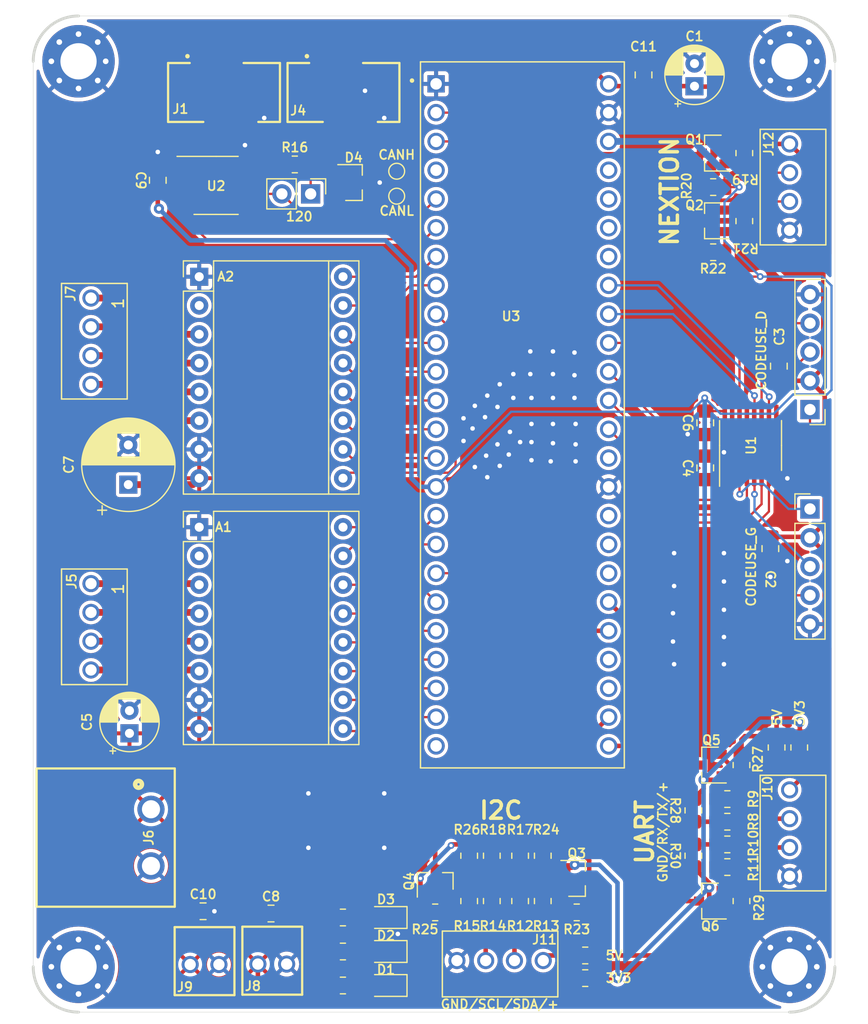
<source format=kicad_pcb>
(kicad_pcb (version 20211014) (generator pcbnew)
  (layers (0 "F.Cu" signal) (31 "B.Cu" signal) (34 "B.Paste" user) (35 "F.Paste" user) (36 "B.SilkS" user "B.Silkscreen") (37 "F.SilkS" user "F.Silkscreen") (38 "B.Mask" user) (39 "F.Mask" user) (44 "Edge.Cuts" user))
  (net 0 "")
  (net 1 "GND")
  (net 2 "/EN_D")
  (net 4 "/M0_D")
  (net 5 "Net-(A1-Pad3)")
  (net 6 "/M1_D")
  (net 7 "Net-(A1-Pad4)")
  (net 8 "/M2_D")
  (net 9 "Net-(A1-Pad5)")
  (net 10 "/RST_D")
  (net 11 "Net-(A1-Pad6)")
  (net 12 "/SLP_D")
  (net 13 "/STP_D")
  (net 14 "+24V")
  (net 15 "/DIR_D")
  (net 16 "/DIR_G")
  (net 17 "/STP_G")
  (net 18 "/SLP_G")
  (net 19 "Net-(A2-Pad6)")
  (net 20 "/RST_G")
  (net 21 "Net-(A2-Pad5)")
  (net 22 "/M2_G")
  (net 23 "Net-(A2-Pad4)")
  (net 24 "/M1_G")
  (net 25 "Net-(A2-Pad3)")
  (net 26 "/M0_G")
  (net 28 "/EN_G")
  (net 29 "+5V")
  (net 30 "+3V3")
  (net 31 "Net-(D1-Pad2)")
  (net 32 "Net-(D2-Pad2)")
  (net 33 "Net-(D3-Pad2)")
  (net 34 "/CANH")
  (net 35 "/CANL")
  (net 36 "/S3_G")
  (net 37 "/S2_G")
  (net 38 "/S1_G")
  (net 39 "/S1_D")
  (net 40 "/S2_D")
  (net 41 "/S3_D")
  (net 42 "Net-(J10-Pad1)")
  (net 43 "Net-(J10-Pad2)")
  (net 44 "Net-(J10-Pad3)")
  (net 45 "Net-(J11-Pad3)")
  (net 46 "Net-(J11-Pad2)")
  (net 47 "Net-(J11-Pad1)")
  (net 48 "/Level_shifter/IN")
  (net 49 "/sheet6215AC10/IN")
  (net 50 "Net-(JP1-Pad1)")
  (net 51 "/NEXTION_RX")
  (net 52 "/NEXTION_TX")
  (net 53 "/SDA")
  (net 54 "/sheet6216318E/IN")
  (net 55 "/sheet6216B4BD/IN")
  (net 56 "/SCL")
  (net 57 "/TX")
  (net 58 "/sheet6220E40B/IN")
  (net 59 "/sheet6220E40C/IN")
  (net 60 "/RX")
  (net 61 "/CHANNEL_B_G")
  (net 62 "/CHANNEL_A_G")
  (net 63 "/CHANNEL_IDX_G")
  (net 64 "/CHANNEL_B_D")
  (net 65 "/CHANNEL_A_D")
  (net 66 "/CHANNEL_IDX_D")
  (net 67 "/TX_CAN")
  (net 68 "/RX_CAN")
  (footprint "Module:Pololu_Breakout-16_15.2x20.3mm" (layer "F.Cu") (at 78.06 95.71)
    (fp_text reference "A1")
    (fp_text value "Pololu_Breakout_DRV8825")
  )
  (footprint "Module:Pololu_Breakout-16_15.2x20.3mm" (layer "F.Cu") (at 78.06 73.61)
    (fp_text reference "A2")
    (fp_text value "Pololu_Breakout_DRV8825")
  )
  (footprint "Capacitor_THT:CP_Radial_D5.0mm_P2.00mm" (layer "F.Cu") (at 121.8 56.8 90)
    (fp_text reference "C1")
    (fp_text value "10u")
  )
  (footprint "Capacitor_SMD:C_0805_2012Metric_Pad1.18x1.45mm_HandSolder" (layer "F.Cu") (at 128.5 97.6 -90)
    (fp_text reference "C2")
    (fp_text value "100n")
  )
  (footprint "Capacitor_SMD:C_0805_2012Metric_Pad1.18x1.45mm_HandSolder" (layer "F.Cu") (at 129.25 81.5 90)
    (fp_text reference "C3")
    (fp_text value "100n")
  )
  (footprint "Capacitor_SMD:C_0805_2012Metric_Pad1.18x1.45mm_HandSolder" (layer "F.Cu") (at 122.75 90.475 -90)
    (fp_text reference "C4")
    (fp_text value "100n")
  )
  (footprint "Capacitor_THT:CP_Radial_D5.0mm_P2.00mm" (layer "F.Cu") (at 71.9 113.9 90)
    (fp_text reference "C5")
    (fp_text value "10u")
  )
  (footprint "Capacitor_SMD:C_0805_2012Metric_Pad1.18x1.45mm_HandSolder" (layer "F.Cu") (at 122.75 86.5 90)
    (fp_text reference "C6")
    (fp_text value "100n")
  )
  (footprint "Capacitor_THT:CP_Radial_D8.0mm_P3.50mm" (layer "F.Cu") (at 71.8 91.952651 90)
    (fp_text reference "C7")
    (fp_text value "10u")
  )
  (footprint "Capacitor_SMD:C_0805_2012Metric_Pad1.18x1.45mm_HandSolder" (layer "F.Cu") (at 84.4 129.8)
    (fp_text reference "C8")
    (fp_text value "10u")
  )
  (footprint "Capacitor_SMD:C_0805_2012Metric_Pad1.18x1.45mm_HandSolder" (layer "F.Cu") (at 74.4 65.1 -90)
    (fp_text reference "C9")
    (fp_text value "100n")
  )
  (footprint "Capacitor_SMD:C_0805_2012Metric_Pad1.18x1.45mm_HandSolder" (layer "F.Cu") (at 78.4 129.6)
    (fp_text reference "C10")
    (fp_text value "10u")
  )
  (footprint "Capacitor_SMD:C_0805_2012Metric_Pad1.18x1.45mm_HandSolder" (layer "F.Cu") (at 117.3 55.8 90)
    (fp_text reference "C11")
    (fp_text value "100n")
  )
  (footprint "LED_SMD:LED_0805_2012Metric_Pad1.15x1.40mm_HandSolder" (layer "F.Cu") (at 94.55 136.15 180)
    (fp_text reference "D1")
    (fp_text value "LED")
  )
  (footprint "LED_SMD:LED_0805_2012Metric_Pad1.15x1.40mm_HandSolder" (layer "F.Cu") (at 94.55 133.149999 180)
    (fp_text reference "D2")
    (fp_text value "LED")
  )
  (footprint "LED_SMD:LED_0805_2012Metric_Pad1.15x1.40mm_HandSolder" (layer "F.Cu") (at 94.55 130.15 180)
    (fp_text reference "D3")
    (fp_text value "LED")
  )
  (footprint "Package_TO_SOT_SMD:SOT-23" (layer "F.Cu") (at 91.7 65.3)
    (fp_text reference "D4")
    (fp_text value "TVS")
  )
  (footprint "AREA_lib_Connector:690367290476" (layer "F.Cu") (at 80.25 57.35 180)
    (fp_text reference "J1")
    (fp_text value "CAN")
  )
  (footprint "Connector_PinHeader_2.54mm:PinHeader_1x05_P2.54mm_Vertical" (layer "F.Cu") (at 132 94.1)
    (fp_text reference "CODEUSE_G")
    (fp_text value "ENCODEUR_G")
  )
  (footprint "Connector_PinHeader_2.54mm:PinHeader_1x05_P2.54mm_Vertical" (layer "F.Cu") (at 132 85.33 180)
    (fp_text reference "CODEUSE_D")
    (fp_text value "ENCODEUR_D")
  )
  (footprint "AREA_lib_Connector:690367290476" (layer "F.Cu") (at 90.8 57.35 180)
    (fp_text reference "J4")
    (fp_text value "CAN")
  )
  (footprint "AREA_lib_Connector:Wuerth_2.54mm_4pins_61900411121" (layer "F.Cu") (at 68.5 104.5 90)
    (fp_text reference "J5")
    (fp_text value "MOTOR_D")
  )
  (footprint "AREA_lib_Connector:Wuerth_batcon_691313710002" (layer "F.Cu") (at 73.8 123.1 -90)
    (fp_text reference "J6")
    (fp_text value "BATT")
  )
  (footprint "AREA_lib_Connector:Wuerth_2.54mm_4pins_61900411121" (layer "F.Cu") (at 68.5 79.3 90)
    (fp_text reference "J7")
    (fp_text value "MOTOR_G")
  )
  (footprint "AREA_lib_Connector:Wuerth_2.54mm_2pins_61900211121" (layer "F.Cu") (at 84.509999 133.959999 180)
    (fp_text reference "J8")
    (fp_text value "FAN")
  )
  (footprint "AREA_lib_Connector:Wuerth_2.54mm_2pins_61900211121" (layer "F.Cu") (at 78.529999 134 180)
    (fp_text reference "J9")
    (fp_text value "FAN")
  )
  (footprint "AREA_lib_Connector:Wuerth_2.54mm_4pins_61900411121" (layer "F.Cu") (at 130.2 122.7 90)
    (fp_text reference "J10")
    (fp_text value "UART")
  )
  (footprint "AREA_lib_Connector:Wuerth_2.54mm_4pins_61900411121" (layer "F.Cu") (at 104.63 133.95)
    (fp_text reference "J11")
    (fp_text value "I2C")
  )
  (footprint "AREA_lib_Connector:Wuerth_2.54mm_4pins_61900411121" (layer "F.Cu") (at 130.2 65.7 90)
    (fp_text reference "J12")
    (fp_text value "NEXTION")
  )
  (footprint "Connector_PinHeader_2.54mm:PinHeader_1x02_P2.54mm_Vertical" (layer "F.Cu") (at 87.9 66.3 -90)
    (fp_text reference "120")
    (fp_text value "120")
  )
  (footprint "Package_TO_SOT_SMD:SOT-23" (layer "F.Cu") (at 123.45 62.7 180)
    (fp_text reference "Q1")
    (fp_text value "SI2302S")
  )
  (footprint "Package_TO_SOT_SMD:SOT-23" (layer "F.Cu") (at 123.45 68.674999 180)
    (fp_text reference "Q2")
    (fp_text value "SI2302S")
  )
  (footprint "Package_TO_SOT_SMD:SOT-23" (layer "F.Cu") (at 111.4 126.7)
    (fp_text reference "Q3")
    (fp_text value "SI2302S")
  )
  (footprint "Package_TO_SOT_SMD:SOT-23" (layer "F.Cu") (at 98.9 126.95 90)
    (fp_text reference "Q4")
    (fp_text value "SI2302S")
  )
  (footprint "Package_TO_SOT_SMD:SOT-23" (layer "F.Cu") (at 123.2 116.7 180)
    (fp_text reference "Q5")
    (fp_text value "SI2302S")
  )
  (footprint "Package_TO_SOT_SMD:SOT-23" (layer "F.Cu") (at 123.2 128.7 180)
    (fp_text reference "Q6")
    (fp_text value "SI2302S")
  )
  (footprint "Resistor_SMD:R_0805_2012Metric_Pad1.20x1.40mm_HandSolder" (layer "F.Cu") (at 90.75 136.15)
    (fp_text reference "R1" hide)
    (fp_text value "4.7k")
  )
  (footprint "Resistor_SMD:R_0805_2012Metric_Pad1.20x1.40mm_HandSolder" (layer "F.Cu") (at 90.75 133.15)
    (fp_text reference "R2" hide)
    (fp_text value "560")
  )
  (footprint "Resistor_SMD:R_0805_2012Metric_Pad1.20x1.40mm_HandSolder" (layer "F.Cu") (at 90.75 130.15)
    (fp_text reference "R3" hide)
    (fp_text value "220")
  )
  (footprint "Resistor_SMD:R_0805_2012Metric_Pad1.20x1.40mm_HandSolder" (layer "F.Cu") (at 129.05 115.15 -90)
    (fp_text reference "5V")
    (fp_text value "0")
  )
  (footprint "Resistor_SMD:R_0805_2012Metric_Pad1.20x1.40mm_HandSolder" (layer "F.Cu") (at 112.15 133.5 180)
    (fp_text reference "5V")
    (fp_text value "0")
  )
  (footprint "Resistor_SMD:R_0805_2012Metric_Pad1.20x1.40mm_HandSolder" (layer "F.Cu") (at 131.05 115.15 -90)
    (fp_text reference "3V3")
    (fp_text value "0")
  )
  (footprint "Resistor_SMD:R_0805_2012Metric_Pad1.20x1.40mm_HandSolder" (layer "F.Cu") (at 112.15 135.5 180)
    (fp_text reference "3V3")
    (fp_text value "0")
  )
  (footprint "Resistor_SMD:R_0805_2012Metric_Pad1.20x1.40mm_HandSolder" (layer "F.Cu") (at 124.7 121.7)
    (fp_text reference "R8")
    (fp_text value "0")
  )
  (footprint "Resistor_SMD:R_0805_2012Metric_Pad1.20x1.40mm_HandSolder" (layer "F.Cu") (at 124.7 119.7)
    (fp_text reference "R9")
    (fp_text value "0")
  )
  (footprint "Resistor_SMD:R_0805_2012Metric_Pad1.20x1.40mm_HandSolder" (layer "F.Cu") (at 124.7 123.7)
    (fp_text reference "R10")
    (fp_text value "0")
  )
  (footprint "Resistor_SMD:R_0805_2012Metric_Pad1.20x1.40mm_HandSolder" (layer "F.Cu") (at 124.7 125.7)
    (fp_text reference "R11")
    (fp_text value "0")
  )
  (footprint "Resistor_SMD:R_0805_2012Metric_Pad1.20x1.40mm_HandSolder" (layer "F.Cu") (at 106.4 128.7 -90)
    (fp_text reference "R12")
    (fp_text value "0")
  )
  (footprint "Resistor_SMD:R_0805_2012Metric_Pad1.20x1.40mm_HandSolder" (layer "F.Cu") (at 108.4 128.7 -90)
    (fp_text reference "R13")
    (fp_text value "0")
  )
  (footprint "Resistor_SMD:R_0805_2012Metric_Pad1.20x1.40mm_HandSolder" (layer "F.Cu") (at 103.9 128.7 -90)
    (fp_text reference "R14")
    (fp_text value "0")
  )
  (footprint "Resistor_SMD:R_0805_2012Metric_Pad1.20x1.40mm_HandSolder" (layer "F.Cu") (at 101.9 128.7 -90)
    (fp_text reference "R15")
    (fp_text value "0")
  )
  (footprint "Resistor_SMD:R_0805_2012Metric_Pad1.20x1.40mm_HandSolder" (layer "F.Cu") (at 86.5 63.7)
    (fp_text reference "R16")
    (fp_text value "120")
  )
  (footprint "Resistor_SMD:R_0805_2012Metric_Pad1.20x1.40mm_HandSolder" (layer "F.Cu") (at 106.4 124.7 -90)
    (fp_text reference "R17")
    (fp_text value "4.7k")
  )
  (footprint "Resistor_SMD:R_0805_2012Metric_Pad1.20x1.40mm_HandSolder" (layer "F.Cu") (at 103.9 124.7 -90)
    (fp_text reference "R18")
    (fp_text value "4.7k")
  )
  (footprint "Resistor_SMD:R_0805_2012Metric_Pad1.20x1.40mm_HandSolder" (layer "F.Cu") (at 126.2 62.7 90)
    (fp_text reference "R19")
    (fp_text value "10k")
  )
  (footprint "Resistor_SMD:R_0805_2012Metric_Pad1.20x1.40mm_HandSolder" (layer "F.Cu") (at 123.45 65.7)
    (fp_text reference "R20")
    (fp_text value "10k")
  )
  (footprint "Resistor_SMD:R_0805_2012Metric_Pad1.20x1.40mm_HandSolder" (layer "F.Cu") (at 126.2 68.7 -90)
    (fp_text reference "R21")
    (fp_text value "10k")
  )
  (footprint "Resistor_SMD:R_0805_2012Metric_Pad1.20x1.40mm_HandSolder" (layer "F.Cu") (at 123.45 71.45)
    (fp_text reference "R22")
    (fp_text value "10k")
  )
  (footprint "Resistor_SMD:R_0805_2012Metric_Pad1.20x1.40mm_HandSolder" (layer "F.Cu") (at 111.4 129.7)
    (fp_text reference "R23")
    (fp_text value "10k")
  )
  (footprint "Resistor_SMD:R_0805_2012Metric_Pad1.20x1.40mm_HandSolder" (layer "F.Cu") (at 108.4 124.7 90)
    (fp_text reference "R24")
    (fp_text value "10k")
  )
  (footprint "Resistor_SMD:R_0805_2012Metric_Pad1.20x1.40mm_HandSolder" (layer "F.Cu") (at 98.9 129.7 180)
    (fp_text reference "R25")
    (fp_text value "10k")
  )
  (footprint "Resistor_SMD:R_0805_2012Metric_Pad1.20x1.40mm_HandSolder" (layer "F.Cu") (at 101.9 124.7 90)
    (fp_text reference "R26")
    (fp_text value "10k")
  )
  (footprint "Resistor_SMD:R_0805_2012Metric_Pad1.20x1.40mm_HandSolder" (layer "F.Cu") (at 125.95 116.7 90)
    (fp_text reference "R27")
    (fp_text value "10k")
  )
  (footprint "Resistor_SMD:R_0805_2012Metric_Pad1.20x1.40mm_HandSolder" (layer "F.Cu") (at 121.7 120.7 90)
    (fp_text reference "R28")
    (fp_text value "10k")
  )
  (footprint "Resistor_SMD:R_0805_2012Metric_Pad1.20x1.40mm_HandSolder" (layer "F.Cu") (at 125.95 128.7 -90)
    (fp_text reference "R29")
    (fp_text value "10k")
  )
  (footprint "Resistor_SMD:R_0805_2012Metric_Pad1.20x1.40mm_HandSolder" (layer "F.Cu") (at 121.7 124.7 -90)
    (fp_text reference "R30")
    (fp_text value "10k")
  )
  (footprint "TestPoint:TestPoint_Pad_D1.0mm" (layer "F.Cu") (at 95.5 64.3)
    (fp_text reference "CANH")
    (fp_text value "CANH")
  )
  (footprint "TestPoint:TestPoint_Pad_D1.0mm" (layer "F.Cu") (at 95.5 66.5)
    (fp_text reference "CANL")
    (fp_text value "CANL")
  )
  (footprint "Package_SO:TSSOP-16_4.4x5mm_P0.65mm" (layer "F.Cu") (at 126.75 88.5 90)
    (fp_text reference "U1")
    (fp_text value "4504")
  )
  (footprint "Package_SO:SOIC-8_3.9x4.9mm_P1.27mm" (layer "F.Cu") (at 79.55 65.55)
    (fp_text reference "U2")
    (fp_text value "SN65HVD232")
  )
  (footprint "MountingHole:MountingHole_3.2mm_M3_Pad_Via" (layer "F.Cu") (at 67.4 134.5)
    (fp_text reference "H1" hide)
    (fp_text value "MountingHole_Pad")
  )
  (footprint "AREA_lib_composant:MODULE_DEV-14058" (layer "F.Cu") (at 106.6 85.8)
    (fp_text reference "U3")
    (fp_text value "DEV-14058")
  )
  (footprint "MountingHole:MountingHole_3.2mm_M3_Pad_Via" (layer "F.Cu") (at 130.2 134.5)
    (fp_text reference "H4" hide)
    (fp_text value "MountingHole_Pad")
  )
  (footprint "MountingHole:MountingHole_3.2mm_M3_Pad_Via" (layer "F.Cu") (at 67.4 54.6)
    (fp_text reference "H2" hide)
    (fp_text value "MountingHole_Pad")
  )
  (footprint "MountingHole:MountingHole_3.2mm_M3_Pad_Via" (layer "F.Cu") (at 130.2 54.6)
    (fp_text reference "H3" hide)
    (fp_text value "MountingHole_Pad")
  )
  (gr_line (start 63.4 54.6) (end 63.4 134.5) (layer "Edge.Cuts") (width 0.0381))
  (gr_line (start 130.2 50.6) (end 67.4 50.6) (layer "Edge.Cuts") (width 0.0381))
  (gr_line (start 67.4 138.5) (end 130.2 138.5) (layer "Edge.Cuts") (width 0.0381))
  (gr_arc (start 63.4 54.6) (mid 64.571573 51.771573) (end 67.4 50.6) (layer "Edge.Cuts") (width 0.254))
  (gr_arc (start 134.2 134.5) (mid 133.028427 137.328427) (end 130.2 138.5) (layer "Edge.Cuts") (width 0.254))
  (gr_arc (start 67.4 138.5) (mid 64.571573 137.328427) (end 63.4 134.5) (layer "Edge.Cuts") (width 0.254))
  (gr_arc (start 130.2 50.6) (mid 133.028427 51.771573) (end 134.2 54.6) (layer "Edge.Cuts") (width 0.254))
  (gr_line (start 134.2 134.5) (end 134.2 54.6) (layer "Edge.Cuts") (width 0.0381))
  (gr_text "NEXTION" (at 119.6 66.1 90) (layer "F.SilkS") (effects (font (size 1.524 1.524) (thickness 0.3048))))
  (gr_text "GND/SCL/SDA/+" (at 104.6 137.8) (layer "F.SilkS") (effects (font (size 0.8 0.8))))
  (gr_text "GND/RX/TX/+" (at 119 122.6 90) (layer "F.SilkS") (effects (font (size 0.8 0.8))))
  (gr_text "UART\n" (at 117.4 122.6 90) (layer "F.SilkS") (effects (font (size 1.524 1.524) (thickness 0.3048))))
  (gr_text "I2C" (at 104.7 120.7) (layer "F.SilkS") (effects (font (size 1.524 1.524) (thickness 0.3048))))
  (via (at 128.5 100.1) (size 0.9) (drill 0.4) (layers "F.Cu" "B.Cu") (net 1))
  (via (at 94.4 59.6) (size 0.9) (drill 0.4) (layers "F.Cu" "B.Cu") (net 1))
  (via (at 124.4 103) (size 0.9) (drill 0.4) (layers "F.Cu" "B.Cu") (net 1))
  (via (at 106.4 88.2) (size 0.9) (drill 0.4) (layers "F.Cu" "B.Cu") (net 1))
  (via (at 120 98) (size 0.9) (drill 0.4) (layers "F.Cu" "B.Cu") (net 1))
  (via (at 94.4 119.2) (size 0.9) (drill 0.4) (layers "F.Cu" "B.Cu") (net 1))
  (via (at 103.3 86) (size 0.9) (drill 0.4) (layers "F.Cu" "B.Cu") (net 1))
  (via (at 101.4 88.1) (size 0.9) (drill 0.4) (layers "F.Cu" "B.Cu") (net 1))
  (via (at 109.3 88.3) (size 0.9) (drill 0.4) (layers "F.Cu" "B.Cu") (net 1))
  (via (at 120 100.9) (size 0.9) (drill 0.4) (layers "F.Cu" "B.Cu") (net 1))
  (via (at 124.4 105.4) (size 0.9) (drill 0.4) (layers "F.Cu" "B.Cu") (net 1))
  (via (at 104.4 85.1) (size 0.9) (drill 0.4) (layers "F.Cu" "B.Cu") (net 1))
  (via (at 124.4 100.5) (size 0.9) (drill 0.4) (layers "F.Cu" "B.Cu") (net 1))
  (via (at 120 107.8) (size 0.9) (drill 0.4) (layers "F.Cu" "B.Cu") (net 1))
  (via (at 103.4 89.4) (size 0.9) (drill 0.4) (layers "F.Cu" "B.Cu") (net 1))
  (via (at 130 91.4) (size 0.9) (drill 0.4) (layers "F.Cu" "B.Cu") (net 1))
  (via (at 109.3 86.6) (size 0.9) (drill 0.4) (layers "F.Cu" "B.Cu") (net 1))
  (via (at 103.5 84.1) (size 0.9) (drill 0.4) (layers "F.Cu" "B.Cu") (net 1))
  (via (at 107.4 84.3) (size 0.9) (drill 0.4) (layers "F.Cu" "B.Cu") (net 1))
  (via (at 94.4 124) (size 0.9) (drill 0.4) (layers "F.Cu" "B.Cu") (net 1))
  (via (at 95.6 131.6) (size 0.9) (drill 0.4) (layers "F.Cu" "B.Cu") (net 1))
  (via (at 111.2 82.3) (size 0.9) (drill 0.4) (layers "F.Cu" "B.Cu") (net 1))
  (via (at 107.3 80.2) (size 0.9) (drill 0.4) (layers "F.Cu" "B.Cu") (net 1))
  (via (at 94 65.3) (size 0.9) (drill 0.4) (layers "F.Cu" "B.Cu") (net 1))
  (via (at 74.4 62.6) (size 0.9) (drill 0.4) (layers "F.Cu" "B.Cu") (net 1))
  (via (at 111.2 80.3) (size 0.9) (drill 0.4) (layers "F.Cu" "B.Cu") (net 1))
  (via (at 79.4 129.6) (size 0.9) (drill 0.4) (layers "F.Cu" "B.Cu") (net 1))
  (via (at 119.9 105.8) (size 0.9) (drill 0.4) (layers "F.Cu" "B.Cu") (net 1))
  (via (at 105.4 89.3) (size 0.9) (drill 0.4) (layers "F.Cu" "B.Cu") (net 1))
  (via (at 111.3 88.4) (size 0.9) (drill 0.4) (layers "F.Cu" "B.Cu") (net 1))
  (via (at 82.1 62) (size 0.9) (drill 0.4) (layers "F.Cu" "B.Cu") (net 1))
  (via (at 107.4 89.8) (size 0.9) (drill 0.4) (layers "F.Cu" "B.Cu") (net 1))
  (via (at 102.4 85) (size 0.9) (drill 0.4) (layers "F.Cu" "B.Cu") (net 1))
  (via (at 119.9 103.3) (size 0.9) (drill 0.4) (layers "F.Cu" "B.Cu") (net 1))
  (via (at 109.3 84.3) (size 0.9) (drill 0.4) (layers "F.Cu" "B.Cu") (net 1))
  (via (at 83.8 59.6) (size 0.9) (drill 0.4) (layers "F.Cu" "B.Cu") (net 1))
  (via (at 130 98.7) (size 0.9) (drill 0.4) (layers "F.Cu" "B.Cu") (net 1))
  (via (at 121.2 87.5) (size 0.9) (drill 0.4) (layers "F.Cu" "B.Cu") (net 1))
  (via (at 111.3 89.9) (size 0.9) (drill 0.4) (layers "F.Cu" "B.Cu") (net 1))
  (via (at 105.8 84.3) (size 0.9) (drill 0.4) (layers "F.Cu" "B.Cu") (net 1))
  (via (at 124.4 89.1) (size 0.9) (drill 0.4) (layers "F.Cu" "B.Cu") (net 1))
  (via (at 107.4 88.2) (size 0.9) (drill 0.4) (layers "F.Cu" "B.Cu") (net 1))
  (via (at 104.6 83.1) (size 0.9) (drill 0.4) (layers "F.Cu" "B.Cu") (net 1))
  (via (at 109.3 82.2) (size 0.9) (drill 0.4) (layers "F.Cu" "B.Cu") (net 1))
  (via (at 102.2 87) (size 0.9) (drill 0.4) (layers "F.Cu" "B.Cu") (net 1))
  (via (at 107.4 86.6) (size 0.9) (drill 0.4) (layers "F.Cu" "B.Cu") (net 1))
  (via (at 111.3 86.6) (size 0.9) (drill 0.4) (layers "F.Cu" "B.Cu") (net 1))
  (via (at 124.4 98) (size 0.9) (drill 0.4) (layers "F.Cu" "B.Cu") (net 1))
  (via (at 105.8 82.2) (size 0.9) (drill 0.4) (layers "F.Cu" "B.Cu") (net 1))
  (via (at 104.6 90.3) (size 0.9) (drill 0.4) (layers "F.Cu" "B.Cu") (net 1))
  (via (at 87.7 119.2) (size 0.9) (drill 0.4) (layers "F.Cu" "B.Cu") (net 1))
  (via (at 102.4 90.4) (size 0.9) (drill 0.4) (layers "F.Cu" "B.Cu") (net 1))
  (via (at 104.4 88.4) (size 0.9) (drill 0.4) (layers "F.Cu" "B.Cu") (net 1))
  (via (at 109.1 89.9) (size 0.9) (drill 0.4) (layers "F.Cu" "B.Cu") (net 1))
  (via (at 105.5 87.3) (size 0.9) (drill 0.4) (layers "F.Cu" "B.Cu") (net 1))
  (via (at 124.4 107.8) (size 0.9) (drill 0.4) (layers "F.Cu" "B.Cu") (net 1))
  (via (at 92.7 57.2) (size 0.9) (drill 0.4) (layers "F.Cu" "B.Cu") (net 1))
  (via (at 107.3 82.2) (size 0.9) (drill 0.4) (layers "F.Cu" "B.Cu") (net 1))
  (via (at 103.5 91.3) (size 0.9) (drill 0.4) (layers "F.Cu" "B.Cu") (net 1))
  (via (at 87.7 124) (size 0.9) (drill 0.4) (layers "F.Cu" "B.Cu") (net 1))
  (via (at 101.4 86.1) (size 0.9) (drill 0.4) (layers "F.Cu" "B.Cu") (net 1))
  (via (at 111.2 84.3) (size 0.9) (drill 0.4) (layers "F.Cu" "B.Cu") (net 1))
  (via (at 109.3 80.2) (size 0.9) (drill 0.4) (layers "F.Cu" "B.Cu") (net 1))
  (segment (start 99.7 113.7) (end 90.97 113.7) (width 0.2) (layer "F.Cu") (net 2))
  (segment (start 90.97 113.7) (end 90.76 113.49) (width 0.2) (layer "F.Cu") (net 2))
  (segment (start 100.07 99.77) (end 100.5 100.2) (width 0.2) (layer "F.Cu") (net 2))
  (segment (start 98.98 99.77) (end 100.07 99.77) (width 0.2) (layer "F.Cu") (net 2))
  (segment (start 100.5 112.9) (end 99.7 113.7) (width 0.2) (layer "F.Cu") (net 2))
  (segment (start 100.5 100.2) (end 100.5 112.9) (width 0.2) (layer "F.Cu") (net 2))
  (segment (start 94.55 110.95) (end 96.07 112.47) (width 0.2) (layer "F.Cu") (net 4))
  (segment (start 90.76 110.95) (end 94.55 110.95) (width 0.2) (layer "F.Cu") (net 4))
  (segment (start 96.07 112.47) (end 98.98 112.47) (width 0.2) (layer "F.Cu") (net 4))
  (segment (start 68.5 100.69) (end 77.96 100.69) (width 0.6) (layer "F.Cu") (net 5))
  (segment (start 77.96 100.69) (end 78.06 100.79) (width 0.6) (layer "F.Cu") (net 5))
  (segment (start 98.98 109.93) (end 95.93 109.93) (width 0.2) (layer "F.Cu") (net 6))
  (segment (start 95.93 109.93) (end 94.41 108.41) (width 0.2) (layer "F.Cu") (net 6))
  (segment (start 94.41 108.41) (end 90.76 108.41) (width 0.2) (layer "F.Cu") (net 6))
  (segment (start 77.96 103.23) (end 78.06 103.33) (width 0.6) (layer "F.Cu") (net 7))
  (segment (start 68.5 103.23) (end 77.96 103.23) (width 0.6) (layer "F.Cu") (net 7))
  (segment (start 94.27 105.87) (end 95.79 107.39) (width 0.2) (layer "F.Cu") (net 8))
  (segment (start 95.79 107.39) (end 98.98 107.39) (width 0.2) (layer "F.Cu") (net 8))
  (segment (start 90.76 105.87) (end 94.27 105.87) (width 0.2) (layer "F.Cu") (net 8))
  (segment (start 77.96 105.77) (end 78.06 105.87) (width 0.6) (layer "F.Cu") (net 9))
  (segment (start 68.5 105.77) (end 77.96 105.77) (width 0.6) (layer "F.Cu") (net 9))
  (segment (start 98.98 104.85) (end 95.75 104.85) (width 0.2) (layer "F.Cu") (net 10))
  (segment (start 95.75 104.85) (end 94.23 103.33) (width 0.2) (layer "F.Cu") (net 10))
  (segment (start 94.23 103.33) (end 90.76 103.33) (width 0.2) (layer "F.Cu") (net 10))
  (segment (start 68.5 108.31) (end 77.96 108.31) (width 0.6) (layer "F.Cu") (net 11))
  (segment (start 77.96 108.31) (end 78.06 108.41) (width 0.6) (layer "F.Cu") (net 11))
  (segment (start 97.46 100.79) (end 98.98 102.31) (width 0.2) (layer "F.Cu") (net 12))
  (segment (start 90.76 100.79) (end 97.46 100.79) (width 0.2) (layer "F.Cu") (net 12))
  (segment (start 98.98 97.23) (end 91.78 97.23) (width 0.2) (layer "F.Cu") (net 13))
  (segment (start 91.78 97.23) (end 90.76 98.25) (width 0.2) (layer "F.Cu") (net 13))
  (segment (start 71.8 91.952651) (end 77.497349 91.952651) (width 0.6) (layer "F.Cu") (net 14))
  (segment (start 83.85 136.15) (end 89.75 136.15) (width 0.4) (layer "F.Cu") (net 14))
  (segment (start 83.239999 134.259999) (end 83.239999 135.539999) (width 0.4) (layer "F.Cu") (net 14))
  (segment (start 83.239999 135.539999) (end 83.85 136.15) (width 0.4) (layer "F.Cu") (net 14))
  (segment (start 77.497349 91.952651) (end 78.06 91.39) (width 0.6) (layer "F.Cu") (net 14))
  (segment (start 90.76 95.71) (end 97.96 95.71) (width 0.2) (layer "F.Cu") (net 15))
  (segment (start 97.96 95.71) (end 98.98 94.69) (width 0.2) (layer "F.Cu") (net 15))
  (segment (start 97.2 73.61) (end 98.98 71.83) (width 0.2) (layer "F.Cu") (net 16))
  (segment (start 90.76 73.61) (end 97.2 73.61) (width 0.2) (layer "F.Cu") (net 16))
  (segment (start 94.95 76.15) (end 90.76 76.15) (width 0.2) (layer "F.Cu") (net 17))
  (segment (start 96.73 74.37) (end 94.95 76.15) (width 0.2) (layer "F.Cu") (net 17))
  (segment (start 98.98 74.37) (end 96.73 74.37) (width 0.2) (layer "F.Cu") (net 17))
  (segment (start 98.98 79.45) (end 91.52 79.45) (width 0.2) (layer "F.Cu") (net 18))
  (segment (start 91.52 79.45) (end 90.76 78.69) (width 0.2) (layer "F.Cu") (net 18))
  (segment (start 68.5 83.11) (end 72.61 83.11) (width 0.6) (layer "F.Cu") (net 19))
  (segment (start 75.81 86.31) (end 78.06 86.31) (width 0.6) (layer "F.Cu") (net 19))
  (segment (start 72.61 83.11) (end 75.81 86.31) (width 0.6) (layer "F.Cu") (net 19))
  (segment (start 98.98 81.99) (end 91.52 81.99) (width 0.2) (layer "F.Cu") (net 20))
  (segment (start 91.52 81.99) (end 90.76 81.23) (width 0.2) (layer "F.Cu") (net 20))
  (segment (start 72.47 80.57) (end 75.67 83.77) (width 0.6) (layer "F.Cu") (net 21))
  (segment (start 75.67 83.77) (end 78.06 83.77) (width 0.6) (layer "F.Cu") (net 21))
  (segment (start 68.5 80.57) (end 72.47 80.57) (width 0.6) (layer "F.Cu") (net 21))
  (segment (start 98.98 84.53) (end 91.52 84.53) (width 0.2) (layer "F.Cu") (net 22))
  (segment (start 91.52 84.53) (end 90.76 83.77) (width 0.2) (layer "F.Cu") (net 22))
  (segment (start 68.5 78.03) (end 71.73 78.03) (width 0.6) (layer "F.Cu") (net 23))
  (segment (start 71.73 78.03) (end 74.93 81.23) (width 0.6) (layer "F.Cu") (net 23))
  (segment (start 74.93 81.23) (end 78.06 81.23) (width 0.6) (layer "F.Cu") (net 23))
  (segment (start 91.52 87.07) (end 90.76 86.31) (width 0.2) (layer "F.Cu") (net 24))
  (segment (start 98.98 87.07) (end 91.52 87.07) (width 0.2) (layer "F.Cu") (net 24))
  (segment (start 71.59 75.49) (end 74.79 78.69) (width 0.6) (layer "F.Cu") (net 25))
  (segment (start 68.5 75.49) (end 71.59 75.49) (width 0.6) (layer "F.Cu") (net 25))
  (segment (start 74.79 78.69) (end 78.06 78.69) (width 0.6) (layer "F.Cu") (net 25))
  (segment (start 98.98 89.61) (end 91.52 89.61) (width 0.2) (layer "F.Cu") (net 26))
  (segment (start 91.52 89.61) (end 90.76 88.85) (width 0.2) (layer "F.Cu") (net 26))
  (segment (start 100.7 78.63) (end 100.7 90.3) (width 0.2) (layer "F.Cu") (net 28))
  (segment (start 100.7 90.3) (end 100.1 90.9) (width 0.2) (layer "F.Cu") (net 28))
  (segment (start 91.25 90.9) (end 90.76 91.39) (width 0.2) (layer "F.Cu") (net 28))
  (segment (start 100.1 90.9) (end 91.25 90.9) (width 0.2) (layer "F.Cu") (net 28))
  (segment (start 98.98 76.91) (end 100.7 78.63) (width 0.2) (layer "F.Cu") (net 28))
  (segment (start 88.895 53.605) (end 89.226511 53.273489) (width 0.4) (layer "F.Cu") (net 29))
  (segment (start 100.3 136.9) (end 111.9 136.9) (width 0.4) (layer "F.Cu") (net 29))
  (segment (start 124.9 89.8) (end 124.475 90.225) (width 0.4) (layer "F.Cu") (net 29))
  (segment (start 133.176511 81.613489) (end 132 82.79) (width 0.4) (layer "F.Cu") (net 29))
  (segment (start 133.2 90.2) (end 133.2 89.6) (width 0.4) (layer "F.Cu") (net 29))
  (segment (start 130 129.7) (end 132.4 127.3) (width 0.4) (layer "F.Cu") (net 29))
  (segment (start 132.95 89.25) (end 133.2 89) (width 0.4) (layer "F.Cu") (net 29))
  (segment (start 78.345 54.35) (end 79.495 53.2) (width 0.4) (layer "F.Cu") (net 29))
  (segment (start 130.2 61.89) (end 132.8 64.49) (width 0.4) (layer "F.Cu") (net 29))
  (segment (start 97.9 129.7) (end 97.9 134.5) (width 0.4) (layer "F.Cu") (net 29))
  (segment (start 79.495 53.2) (end 88.6 53.2) (width 0.4) (layer "F.Cu") (net 29))
  (segment (start 133.15 72.25) (end 133.176511 72.276511) (width 0.4) (layer "F.Cu") (net 29))
  (segment (start 132.4 127.3) (end 132.4 115.884678) (width 0.4) (layer "F.Cu") (net 29))
  (segment (start 132 82.79) (end 129.5025 82.79) (width 0.4) (layer "F.Cu") (net 29))
  (segment (start 129.5025 82.79) (end 129.25 82.5375) (width 0.4) (layer "F.Cu") (net 29))
  (segment (start 125.95 129.7) (end 130 129.7) (width 0.4) (layer "F.Cu") (net 29))
  (segment (start 97.8 134.6) (end 97.9 134.5) (width 0.4) (layer "F.Cu") (net 29))
  (segment (start 133.1 73.3) (end 133.176511 73.376511) (width 0.4) (layer "F.Cu") (net 29))
  (segment (start 132.4 89.8) (end 124.9 89.8) (width 0.4) (layer "F.Cu") (net 29))
  (segment (start 121.2 56.8375) (end 123.8375 56.8375) (width 0.4) (layer "F.Cu") (net 29))
  (segment (start 132.4 89.8) (end 132.95 89.25) (width 0.4) (layer "F.Cu") (net 29))
  (segment (start 123.8 133.5) (end 113.15 133.5) (width 0.4) (layer "F.Cu") (net 29))
  (segment (start 88.6 53.2) (end 88.895 53.495) (width 0.4) (layer "F.Cu") (net 29))
  (segment (start 132.4 89.8) (end 132.7 89.8) (width 0.4) (layer "F.Cu") (net 29))
  (segment (start 133.3 90.7) (end 132.4 89.8) (width 0.4) (layer "F.Cu") (net 29))
  (segment (start 126.2 61.7) (end 126.39 61.89) (width 0.4) (layer "F.Cu") (net 29))
  (segment (start 132 96.64) (end 133.3 95.34) (width 0.4) (layer "F.Cu") (net 29))
  (segment (start 91.2 134.6) (end 97.8 134.6) (width 0.4) (layer "F.Cu") (net 29))
  (segment (start 125.95 129.7) (end 125.95 131.35) (width 0.4) (layer "F.Cu") (net 29))
  (segment (start 133.3 88.9) (end 133.3 90.3) (width 0.4) (layer "F.Cu") (net 29))
  (segment (start 133.176511 72.276511) (end 133.176511 73.376511) (width 0.4) (layer "F.Cu") (net 29))
  (segment (start 133 89.8) (end 132.95 89.75) (width 0.4) (layer "F.Cu") (net 29))
  (segment (start 132.7 89.8) (end 133.1 90.2) (width 0.4) (layer "F.Cu") (net 29))
  (segment (start 112.35 131.45) (end 113.15 131.45) (width 0.4) (layer "F.Cu") (net 29))
  (segment (start 122.9 91.3625) (end 122.75 91.5125) (width 0.4) (layer "F.Cu") (net 29))
  (segment (start 133.2 89) (end 133.3 88.9) (width 0.4) (layer "F.Cu") (net 29))
  (segment (start 88.895 55.1) (end 88.895 53.605) (width 0.4) (layer "F.Cu") (net 29))
  (segment (start 132.8 71.3) (end 133.15 71.65) (width 0.4) (layer "F.Cu") (net 29))
  (segment (start 126.2 59.2) (end 126.2 61.7) (width 0.4) (layer "F.Cu") (net 29))
  (segment (start 132.7 89.8) (end 133 89.8) (width 0.4) (layer "F.Cu") (net 29))
  (segment (start 110.803489 53.273489) (end 114.32 56.79) (width 0.4) (layer "F.Cu") (net 29))
  (segment (start 97.9 134.5) (end 100.3 136.9) (width 0.4) (layer "F.Cu") (net 29))
  (segment (start 133.3 106) (end 133.3 97.94) (width 0.4) (layer "F.Cu") (net 29))
  (segment (start 126.2 69.7) (end 129.8 73.3) (width 0.4) (layer "F.Cu") (net 29))
  (segment (start 127.85 114.15) (end 129.05 114.15) (width 0.4) (layer "F.Cu") (net 29))
  (segment (start 129.8 73.3) (end 133.1 73.3) (width 0.4) (layer "F.Cu") (net 29))
  (segment (start 126.25 114.15) (end 127.85 114.15) (width 0.4) (layer "F.Cu") (net 29))
  (segment (start 124.475 91.3625) (end 122.9 91.3625) (width 0.4) (layer "F.Cu") (net 29))
  (segment (start 112.4 129.7) (end 113.15 130.45) (width 0.4) (layer "F.Cu") (net 29))
  (segment (start 133.2 89.6) (end 133.2 89) (width 0.4) (layer "F.Cu") (net 29))
  (segment (start 132.95 89.75) (end 132.95 89.25) (width 0.4) (layer "F.Cu") (net 29))
  (segment (start 113.15 130.45) (end 113.15 131.45) (width 0.4) (layer "F.Cu") (net 29))
  (segment (start 131.9225 96.5625) (end 132 96.64) (width 0.4) (layer "F.Cu") (net 29))
  (segment (start 114.32 56.79) (end 121.1525 56.79) (width 0.4) (layer "F.Cu") (net 29))
  (segment (start 125.95 115.7) (end 125.95 114.45) (width 0.4) (layer "F.Cu") (net 29))
  (segment (start 89.226511 53.273489) (end 110.803489 53.273489) (width 0.4) (layer "F.Cu") (net 29))
  (segment (start 132.4 115.884678) (end 131.591842 115.07652) (width 0.4) (layer "F.Cu") (net 29))
  (segment (start 129.05 110.25) (end 133.3 106) (width 0.4) (layer "F.Cu") (net 29))
  (segment (start 133.3 95.34) (end 133.3 90.7) (width 0.4) (layer "F.Cu") (net 29))
  (segment (start 113.15 131.45) (end 113.15 133.5) (width 0.4) (layer "F.Cu") (net 29))
  (segment (start 133.3 90.3) (end 133.2 90.2) (width 0.4) (layer "F.Cu") (net 29))
  (segment (start 129.05 114.15) (end 129.05 110.25) (width 0.4) (layer "F.Cu") (net 29))
  (segment (start 88.895 53.495) (end 88.895 55.1) (width 0.4) (layer "F.Cu") (net 29))
  (segment (start 132.8 64.49) (end 132.8 71.3) (width 0.4) (layer "F.Cu") (net 29))
  (segment (start 112.2 131.6) (end 112.35 131.45) (width 0.4) (layer "F.Cu") (net 29))
  (segment (start 127.85 114.85) (end 127.85 114.15) (width 0.4) (layer "F.Cu") (net 29))
  (segment (start 112.2 136.6) (end 112.2 131.6) (width 0.4) (layer "F.Cu") (net 29))
  (segment (start 78.345 55.1) (end 78.345 54.35) (width 0.4) (layer "F.Cu") (net 29))
  (segment (start 133.3 84.09) (end 132 82.79) (width 0.4) (layer "F.Cu") (net 29))
  (segment (start 133.1 90.2) (end 133.2 90.2) (width 0.4) (layer "F.Cu") (net 29))
  (segment (start 133.176511 73.376511) (end 133.176511 81.613489) (width 0.4) (layer "F.Cu") (net 29))
  (segment (start 128.07652 115.07652) (end 127.85 114.85) (width 0.4) (layer "F.Cu") (net 29))
  (segment (start 124.475 90.225) (end 124.475 91.3625) (width 0.4) (layer "F.Cu") (net 29))
  (segment (start 133 89.8) (end 133.2 89.6) (width 0.4) (layer "F.Cu") (net 29))
  (segment (start 131.591842 115.07652) (end 128.07652 115.07652) (width 0.4) (layer "F.Cu") (net 29))
  (segment (start 125.95 131.35) (end 123.8 133.5) (width 0.4) (layer "F.Cu") (net 29))
  (segment (start 128.5 96.5625) (end 131.9225 96.5625) (width 0.4) (layer "F.Cu") (net 29))
  (segment (start 121.1525 56.79) (end 121.2 56.8375) (width 0.4) (layer "F.Cu") (net 29))
  (segment (start 133.3 97.94) (end 132 96.64) (width 0.4) (layer "F.Cu") (net 29))
  (segment (start 133.3 88.9) (end 133.3 84.09) (width 0.4) (layer "F.Cu") (net 29))
  (segment (start 133.3 93) (end 133.3 90.3) (width 0.4) (layer "F.Cu") (net 29))
  (segment (start 123.8375 56.8375) (end 126.2 59.2) (width 0.4) (layer "F.Cu") (net 29))
  (segment (start 111.9 136.9) (end 112.2 136.6) (width 0.4) (layer "F.Cu") (net 29))
  (segment (start 125.95 114.45) (end 126.25 114.15) (width 0.4) (layer "F.Cu") (net 29))
  (segment (start 133.15 71.65) (end 133.15 72.25) (width 0.4) (layer "F.Cu") (net 29))
  (segment (start 126.39 61.89) (end 130.2 61.89) (width 0.4) (layer "F.Cu") (net 29))
  (segment (start 89.75 133.15) (end 91.2 134.6) (width 0.4) (layer "F.Cu") (net 29))
  (segment (start 124.45 71.45) (end 124.45 71.85) (width 0.2) (layer "F.Cu") (net 30))
  (segment (start 122.75 85.4625) (end 124.3 85.4625) (width 0.2) (layer "F.Cu") (net 30))
  (segment (start 124.45 71.85) (end 126.2 73.6) (width 0.2) (layer "F.Cu") (net 30))
  (segment (start 131.1 112.9) (end 131.1 114.1) (width 0.4) (layer "F.Cu") (net 30))
  (segment (start 101.9 123.7) (end 108.4 123.7) (width 0.4) (layer "F.Cu") (net 30))
  (segment (start 110.4 125.75) (end 110.9735 125.75) (width 0.4) (layer "F.Cu") (net 30))
  (segment (start 108.4 123.7) (end 108.4 123.75) (width 0.4) (layer "F.Cu") (net 30))
  (segment (start 89.75 128.75) (end 90.55 127.95) (width 0.4) (layer "F.Cu") (net 30))
  (segment (start 110.9735 125.75) (end 111.2235 125.5) (width 0.4) (layer "F.Cu") (net 30))
  (segment (start 89.75 130.15) (end 89.75 128.75) (width 0.4) (layer "F.Cu") (net 30))
  (segment (start 90.55 127.95) (end 97.95 127.95) (width 0.4) (layer "F.Cu") (net 30))
  (segment (start 123.1 127.5) (end 123.1 128.55) (width 0.4) (layer "F.Cu") (net 30))
  (segment (start 131.1 114.1) (end 131.05 114.15) (width 0.4) (layer "F.Cu") (net 30))
  (segment (start 74.4 66.1375) (end 77.0275 66.1375) (width 0.4) (layer "F.Cu") (net 30))
  (segment (start 74.4 66.1375) (end 74.4 67.5) (width 0.4) (layer "F.Cu") (net 30))
  (segment (start 101.9 123.7) (end 100.4 123.7) (width 0.4) (layer "F.Cu") (net 30))
  (segment (start 124.45 65.7) (end 125.75 65.7) (width 0.2) (layer "F.Cu") (net 30))
  (segment (start 100.4 123.7) (end 100.3 123.8) (width 0.4) (layer "F.Cu") (net 30))
  (segment (start 122.6 118) (end 122.6 118.8) (width 0.4) (layer "F.Cu") (net 30))
  (segment (start 122.75 85.4625) (end 122.75 84.35) (width 0.2) (layer "F.Cu") (net 30))
  (segment (start 124.3 85.4625) (end 124.475 85.6375) (width 0.2) (layer "F.Cu") (net 30))
  (segment (start 123.85 118) (end 124.2 117.65) (width 0.4) (layer "F.Cu") (net 30))
  (segment (start 115 135.5) (end 113.15 135.5) (width 0.4) (layer "F.Cu") (net 30))
  (segment (start 123.1 127.1) (end 121.7 125.7) (width 0.4) (layer "F.Cu") (net 30))
  (segment (start 108.4 123.75) (end 110.4 125.75) (width 0.4) (layer "F.Cu") (net 30))
  (segment (start 126.2 73.6) (end 127.6 73.6) (width 0.2) (layer "F.Cu") (net 30))
  (segment (start 122.6 118) (end 123.85 118) (width 0.4) (layer "F.Cu") (net 30))
  (segment (start 123.1 128.55) (end 124.2 129.65) (width 0.4) (layer "F.Cu") (net 30))
  (segment (start 97.6 127.6) (end 97.95 127.95) (width 0.4) (layer "F.Cu") (net 30))
  (segment (start 122.6 118.8) (end 121.7 119.7) (width 0.4) (layer "F.Cu") (net 30))
  (segment (start 97.6 126.7) (end 97.6 127.6) (width 0.4) (layer "F.Cu") (net 30))
  (segment (start 77.0275 66.1375) (end 77.075 66.185) (width 0.4) (layer "F.Cu") (net 30))
  (segment (start 123.1 127.5) (end 123.1 127.1) (width 0.4) (layer "F.Cu") (net 30))
  (segment (start 127.5 73.5) (end 127.6 73.6) (width 0.2) (layer "F.Cu") (net 30))
  (segment (start 124.45 69.624999) (end 124.45 71.45) (width 0.2) (layer "F.Cu") (net 30))
  (segment (start 74.4 67.5) (end 74.5 67.6) (width 0.4) (layer "F.Cu") (net 30))
  (segment (start 124.45 63.65) (end 124.45 65.7) (width 0.2) (layer "F.Cu") (net 30))
  (segment (start 122.75 84.35) (end 122.7 84.3) (width 0.2) (layer "F.Cu") (net 30))
  (via (at 115 135.5) (size 0.9) (drill 0.4) (layers "F.Cu" "B.Cu") (net 30))
  (via (at 100.3 123.8) (size 0.6) (drill 0.3) (layers "F.Cu" "B.Cu") (net 30))
  (via (at 125.75 65.7) (size 0.6) (drill 0.3) (layers "F.Cu" "B.Cu") (net 30))
  (via (at 131.1 112.9) (size 0.9) (drill 0.4) (layers "F.Cu" "B.Cu") (net 30))
  (via (at 123.1 127.5) (size 0.9) (drill 0.4) (layers "F.Cu" "B.Cu") (net 30))
  (via (at 111.2235 125.5) (size 0.9) (drill 0.4) (layers "F.Cu" "B.Cu") (net 30))
  (via (at 122.7 84.3) (size 0.6) (drill 0.3) (layers "F.Cu" "B.Cu") (net 30))
  (via (at 97.6 126.7) (size 0.6) (drill 0.3) (layers "F.Cu" "B.Cu") (net 30))
  (via (at 127.6 73.6) (size 0.6) (drill 0.3) (layers "F.Cu" "B.Cu") (net 30))
  (via (at 122.6 118) (size 0.9) (drill 0.4) (layers "F.Cu" "B.Cu") (net 30))
  (via (at 74.5 67.6) (size 0.9) (drill 0.4) (layers "F.Cu" "B.Cu") (net 30))
  (segment (start 122.6 118) (end 127.7 112.9) (width 0.4) (layer "B.Cu") (net 30))
  (segment (start 124.1 85.7) (end 122.7 84.3) (width 0.2) (layer "B.Cu") (net 30))
  (segment (start 121.478489 85.521511) (end 105.608489 85.521511) (width 0.2) (layer "B.Cu") (net 30))
  (segment (start 127.7 112.9) (end 131.1 112.9) (width 0.4) (layer "B.Cu") (net 30))
  (segment (start 113.4 125.5) (end 111.2235 125.5) (width 0.4) (layer "B.Cu") (net 30))
  (segment (start 105.608489 85.521511) (end 98.98 92.15) (width 0.2) (layer "B.Cu") (net 30))
  (segment (start 97.55 92.15) (end 98.98 92.15) (width 0.4) (layer "B.Cu") (net 30))
  (segment (start 133.9 74.4) (end 133.9 83.6) (width 0.2) (layer "B.Cu") (net 30))
  (segment (start 127.6 73.6) (end 124.45 70.45) (width 0.2) (layer "B.Cu") (net 30))
  (segment (start 121.72 61.67) (end 125.75 65.7) (width 0.6) (layer "B.Cu") (net 30))
  (segment (start 130.5 84) (end 128.8 85.7) (width 0.2) (layer "B.Cu") (net 30))
  (segment (start 122.7 84.3) (end 121.478489 85.521511) (width 0.2) (layer "B.Cu") (net 30))
  (segment (start 96.8 91.4) (end 97.55 92.15) (width 0.4) (layer "B.Cu") (net 30))
  (segment (start 133.1 73.6) (end 133.9 74.4) (width 0.2) (layer "B.Cu") (net 30))
  (segment (start 96.8 72.7) (end 96.8 91.4) (width 0.4) (layer "B.Cu") (net 30))
  (segment (start 122.6 127) (end 123.1 127.5) (width 0.4) (layer "B.Cu") (net 30))
  (segment (start 123.1 127.5) (end 115.1 135.5) (width 0.4) (layer "B.Cu") (net 30))
  (segment (start 122.7 84.3) (end 122.7 117.9) (width 0.4) (layer "B.Cu") (net 30))
  (segment (start 128.8 85.7) (end 124.1 85.7) (width 0.2) (layer "B.Cu") (net 30))
  (segment (start 133.5 84) (end 130.5 84) (width 0.2) (layer "B.Cu") (net 30))
  (segment (start 115 127.1) (end 113.4 125.5) (width 0.4) (layer "B.Cu") (net 30))
  (segment (start 122.7 117.9) (end 122.6 118) (width 0.4) (layer "B.Cu") (net 30))
  (segment (start 77.3 70.4) (end 94.5 70.4) (width 0.4) (layer "B.Cu") (net 30))
  (segment (start 127.6 73.6) (end 133.1 73.6) (width 0.2) (layer "B.Cu") (net 30))
  (segment (start 100.3 123.8) (end 97.6 126.5) (width 0.4) (layer "B.Cu") (net 30))
  (segment (start 124.45 70.45) (end 124.45 67) (width 0.2) (layer "B.Cu") (net 30))
  (segment (start 133.9 83.6) (end 133.5 84) (width 0.2) (layer "B.Cu") (net 30))
  (segment (start 97.6 126.5) (end 97.6 126.7) (width 0.4) (layer "B.Cu") (net 30))
  (segment (start 115 135.5) (end 115 127.1) (width 0.4) (layer "B.Cu") (net 30))
  (segment (start 115.1 135.5) (end 115 135.5) (width 0.4) (layer "B.Cu") (net 30))
  (segment (start 122.6 118) (end 122.6 127) (width 0.4) (layer "B.Cu") (net 30))
  (segment (start 127.6 73.6) (end 127.5 73.5) (width 0.2) (layer "B.Cu") (net 30))
  (segment (start 94.5 70.4) (end 96.8 72.7) (width 0.4) (layer "B.Cu") (net 30))
  (segment (start 114.22 61.67) (end 121.72 61.67) (width 0.6) (layer "B.Cu") (net 30))
  (segment (start 74.5 67.6) (end 77.3 70.4) (width 0.4) (layer "B.Cu") (net 30))
  (segment (start 124.45 67) (end 125.75 65.7) (width 0.2) (layer "B.Cu") (net 30))
  (segment (start 91.75 136.15) (end 93.525 136.15) (width 0.4) (layer "F.Cu") (net 31))
  (segment (start 91.75 133.15) (end 93.525 133.149999) (width 0.4) (layer "F.Cu") (net 32))
  (segment (start 91.75 130.15) (end 93.525 130.15) (width 0.4) (layer "F.Cu") (net 33))
  (segment (start 90.165 59.6) (end 90.165 58.865) (width 0.2) (layer "F.Cu") (net 34))
  (segment (start 80.965 57.5) (end 79.615 58.85) (width 0.2) (layer "F.Cu") (net 34))
  (segment (start 95.45 64.35) (end 95.5 64.3) (width 0.2) (layer "F.Cu") (net 34))
  (segment (start 95.5 64.3) (end 95.5 63.2) (width 0.2) (layer "F.Cu") (net 34))
  (segment (start 94.2 61.9) (end 91.4 61.9) (width 0.2) (layer "F.Cu") (net 34))
  (segment (start 79.615 58.85) (end 79.615 59.6) (width 0.2) (layer "F.Cu") (net 34))
  (segment (start 95.5 63.2) (end 94.2 61.9) (width 0.2) (layer "F.Cu") (net 34))
  (segment (start 84.285 64.915) (end 82.025 64.915) (width 0.2) (layer "F.Cu") (net 34))
  (segment (start 91.4 61.9) (end 90.165 60.665) (width 0.2) (layer "F.Cu") (net 34))
  (segment (start 90.165 60.665) (end 90.165 59.6) (width 0.2) (layer "F.Cu") (net 34))
  (segment (start 86.6 62.6) (end 88.95 62.6) (width 0.2) (layer "F.Cu") (net 34))
  (segment (start 85.5 63.7) (end 86.6 62.6) (width 0.2) (layer "F.Cu") (net 34))
  (segment (start 88.95 62.6) (end 90.7 64.35) (width 0.2) (layer "F.Cu") (net 34))
  (segment (start 90.7 64.35) (end 95.45 64.35) (width 0.2) (layer "F.Cu") (net 34))
  (segment (start 85.5 63.7) (end 84.285 64.915) (width 0.2) (layer "F.Cu") (net 34))
  (segment (start 90.165 58.865) (end 88.8 57.5) (width 0.2) (layer "F.Cu") (net 34))
  (segment (start 88.8 57.5) (end 80.965 57.5) (width 0.2) (layer "F.Cu") (net 34))
  (segment (start 82.14 66.3) (end 85.36 66.3) (width 0.2) (layer "F.Cu") (net 35))
  (segment (start 95.25 66.25) (end 95.5 66.5) (width 0.2) (layer "F.Cu") (net 35))
  (segment (start 89.1 67.8) (end 90.65 66.25) (width 0.2) (layer "F.Cu") (net 35))
  (segment (start 90.2 57.1) (end 81.6 57.1) (width 0.2) (layer "F.Cu") (net 35))
  (segment (start 85.36 66.3) (end 86.86 67.8) (width 0.2) (layer "F.Cu") (net 35))
  (segment (start 90.7 66.25) (end 95.25 66.25) (width 0.2) (layer "F.Cu") (net 35))
  (segment (start 81.6 57.1) (end 80.885 56.385) (width 0.2) (layer "F.Cu") (net 35))
  (segment (start 95.6 55.1) (end 91.435 55.1) (width 0.2) (layer "F.Cu") (net 35))
  (segment (start 96.9 65.1) (end 96.9 56.4) (width 0.2) (layer "F.Cu") (net 35))
  (segment (start 86.86 67.8) (end 89.1 67.8) (width 0.2) (layer "F.Cu") (net 35))
  (segment (start 82.025 66.185) (end 82.14 66.3) (width 0.2) (layer "F.Cu") (net 35))
  (segment (start 96.9 56.4) (end 95.6 55.1) (width 0.2) (layer "F.Cu") (net 35))
  (segment (start 80.885 56.385) (end 80.885 55.1) (width 0.2) (layer "F.Cu") (net 35))
  (segment (start 91.435 55.1) (end 91.435 55.865) (width 0.2) (layer "F.Cu") (net 35))
  (segment (start 95.5 66.5) (end 96.9 65.1) (width 0.2) (layer "F.Cu") (net 35))
  (segment (start 91.435 55.865) (end 90.2 57.1) (width 0.2) (layer "F.Cu") (net 35))
  (segment (start 90.65 66.25) (end 90.7 66.25) (width 0.2) (layer "F.Cu") (net 35))
  (segment (start 127.3 100.2) (end 128.82 101.72) (width 0.2) (layer "F.Cu") (net 36))
  (segment (start 128.375 94.325) (end 127.3 95.4) (width 0.2) (layer "F.Cu") (net 36))
  (segment (start 127.3 95.4) (end 127.3 100.2) (width 0.2) (layer "F.Cu") (net 36))
  (segment (start 128.375 91.3625) (end 128.375 94.325) (width 0.2) (layer "F.Cu") (net 36))
  (segment (start 128.82 101.72) (end 132 101.72) (width 0.2) (layer "F.Cu") (net 36))
  (segment (start 127.1 92.8) (end 127.1 91.3875) (width 0.2) (layer "F.Cu") (net 37))
  (segment (start 127.1 91.3875) (end 127.075 91.3625) (width 0.2) (layer "F.Cu") (net 37))
  (via (at 127.1 92.8) (size 0.6) (drill 0.3) (layers "F.Cu" "B.Cu") (net 37))
  (segment (start 127.1 94.28) (end 127.1 92.8) (width 0.2) (layer "B.Cu") (net 37))
  (segment (start 132 99.18) (end 127.1 94.28) (width 0.2) (layer "B.Cu") (net 37))
  (segment (start 125.775 91.3625) (end 125.775 92.775) (width 0.2) (layer "F.Cu") (net 38))
  (segment (start 125.775 92.775) (end 125.8 92.8) (width 0.2) (layer "F.Cu") (net 38))
  (via (at 125.8 92.8) (size 0.6) (drill 0.3) (layers "F.Cu" "B.Cu") (net 38))
  (segment (start 127.9 91.9) (end 130.1 94.1) (width 0.2) (layer "B.Cu") (net 38))
  (segment (start 126.7 91.9) (end 127.9 91.9) (width 0.2) (layer "B.Cu") (net 38))
  (segment (start 130.1 94.1) (end 132 94.1) (width 0.2) (layer "B.Cu") (net 38))
  (segment (start 125.8 92.8) (end 126.7 91.9) (width 0.2) (layer "B.Cu") (net 38))
  (segment (start 132 87.3) (end 131.9 87.4) (width 0.2) (layer "F.Cu") (net 39))
  (segment (start 129.5 88.005031) (end 129.5 87.7) (width 0.2) (layer "F.Cu") (net 39))
  (segment (start 129.025 87.325) (end 129.025 85.6375) (width 0.2) (layer "F.Cu") (net 39))
  (segment (start 129.1 87.4) (end 129.025 87.325) (width 0.2) (layer "F.Cu") (net 39))
  (segment (start 132 85.33) (end 132 87.3) (width 0.2) (layer "F.Cu") (net 39))
  (segment (start 129.15 87.4) (end 129.1 87.4) (width 0.2) (layer "F.Cu") (net 39))
  (segment (start 129.2 87.4) (end 129.15 87.4) (width 0.2) (layer "F.Cu") (net 39))
  (segment (start 131.9 87.4) (end 130.4 87.4) (width 0.2) (layer "F.Cu") (net 39))
  (segment (start 130.1 87.7) (end 130.1 88.005031) (width 0.2) (layer "F.Cu") (net 39))
  (arc (start 129.5 87.7) (mid 129.412132 87.487868) (end 129.2 87.4) (width 0.2) (layer "F.Cu") (net 39))
  (arc (start 130.4 87.4) (mid 130.187868 87.487868) (end 130.1 87.7) (width 0.2) (layer "F.Cu") (net 39))
  (arc (start 130.1 88.005031) (mid 130.012132 88.217163) (end 129.8 88.305031) (width 0.2) (layer "F.Cu") (net 39))
  (arc (start 129.8 88.305031) (mid 129.587868 88.217163) (end 129.5 88.005031) (width 0.2) (layer "F.Cu") (net 39))
  (segment (start 127.725 81.975) (end 127.725 85.6375) (width 0.2) (layer "F.Cu") (net 40))
  (segment (start 132 80.25) (end 130.75 81.5) (width 0.2) (layer "F.Cu") (net 40))
  (segment (start 128.2 81.5) (end 127.725 81.975) (width 0.2) (layer "F.Cu") (net 40))
  (segment (start 130.75 81.5) (end 128.2 81.5) (width 0.2) (layer "F.Cu") (net 40))
  (segment (start 128.59 77.71) (end 125.775 80.525) (width 0.2) (layer "F.Cu") (net 41))
  (segment (start 132 77.71) (end 128.59 77.71) (width 0.2) (layer "F.Cu") (net 41))
  (segment (start 125.775 80.525) (end 125.775 85.6375) (width 0.2) (layer "F.Cu") (net 41))
  (segment (start 129.05 116.15) (end 131.05 116.15) (width 0.4) (layer "F.Cu") (net 42))
  (segment (start 131.05 116.15) (end 131.05 118.04) (width 0.4) (layer "F.Cu") (net 42))
  (segment (start 131.05 118.04) (end 130.2 118.89) (width 0.4) (layer "F.Cu") (net 42))
  (segment (start 125.7 121.7) (end 125.97 121.43) (width 0.4) (layer "F.Cu") (net 43))
  (segment (start 125.7 119.7) (end 125.7 121.7) (width 0.4) (layer "F.Cu") (net 43))
  (segment (start 125.97 121.43) (end 130.2 121.43) (width 0.4) (layer "F.Cu") (net 43))
  (segment (start 125.7 123.7) (end 125.7 125.7) (width 0.4) (layer "F.Cu") (net 44))
  (segment (start 130.2 123.97) (end 125.97 123.97) (width 0.4) (layer "F.Cu") (net 44))
  (segment (start 125.97 123.97) (end 125.7 123.7) (width 0.4) (layer "F.Cu") (net 44))
  (segment (start 103.36 130.24) (end 103.36 133.95) (width 0.4) (layer "F.Cu") (net 45))
  (segment (start 103.9 129.7) (end 103.36 130.24) (width 0.4) (layer "F.Cu") (net 45))
  (segment (start 101.9 129.7) (end 103.9 129.7) (width 0.4) (layer "F.Cu") (net 45))
  (segment (start 106.4 129.7) (end 108.4 129.7) (width 0.4) (layer "F.Cu") (net 46))
  (segment (start 105.9 130.2) (end 105.9 133.95) (width 0.4) (layer "F.Cu") (net 46))
  (segment (start 106.4 129.7) (end 105.9 130.2) (width 0.4) (layer "F.Cu") (net 46))
  (segment (start 111.15 135.5) (end 111.15 133.5) (width 0.4) (layer "F.Cu") (net 47))
  (segment (start 108.44 133.95) (end 108.89 133.5) (width 0.4) (layer "F.Cu") (net 47))
  (segment (start 108.89 133.5) (end 111.15 133.5) (width 0.4) (layer "F.Cu") (net 47))
  (segment (start 124.45 61.75) (end 126.2 63.5) (width 0.2) (layer "F.Cu") (net 48))
  (segment (start 126.2 63.7) (end 126.93 64.43) (width 0.2) (layer "F.Cu") (net 48))
  (segment (start 126.93 64.43) (end 130.2 64.43) (width 0.2) (layer "F.Cu") (net 48))
  (segment (start 126.2 63.5) (end 126.2 63.7) (width 0.2) (layer "F.Cu") (net 48))
  (segment (start 124.474999 67.7) (end 124.45 67.724999) (width 0.2) (layer "F.Cu") (net 49))
  (segment (start 126.2 67.7) (end 124.474999 67.7) (width 0.2) (layer "F.Cu") (net 49))
  (segment (start 130.2 66.97) (end 126.93 66.97) (width 0.2) (layer "F.Cu") (net 49))
  (segment (start 126.93 66.97) (end 126.2 67.7) (width 0.2) (layer "F.Cu") (net 49))
  (segment (start 87.9 64.1) (end 87.9 66.3) (width 0.2) (layer "F.Cu") (net 50))
  (segment (start 87.5 63.7) (end 87.9 64.1) (width 0.2) (layer "F.Cu") (net 50))
  (segment (start 122.45 62.7) (end 106 62.7) (width 0.2) (layer "F.Cu") (net 51))
  (segment (start 122.45 62.7) (end 122.45 65.7) (width 0.2) (layer "F.Cu") (net 51))
  (segment (start 102.43 59.13) (end 98.98 59.13) (width 0.2) (layer "F.Cu") (net 51))
  (segment (start 106 62.7) (end 102.43 59.13) (width 0.2) (layer "F.Cu") (net 51))
  (segment (start 103.27 61.67) (end 98.98 61.67) (width 0.2) (layer "F.Cu") (net 52))
  (segment (start 109.6 68) (end 103.27 61.67) (width 0.2) (layer "F.Cu") (net 52))
  (segment (start 122.45 68.674999) (end 122.45 71.45) (width 0.2) (layer "F.Cu") (net 52))
  (segment (start 122.45 68.674999) (end 121.775001 68) (width 0.2) (layer "F.Cu") (net 52))
  (segment (start 121.775001 68) (end 109.6 68) (width 0.2) (layer "F.Cu") (net 52))
  (segment (start 115.6 103.69) (end 115.6 105.506816) (width 0.4) (layer "F.Cu") (net 53))
  (segment (start 115.006816 106.1) (end 113.3 106.1) (width 0.4) (layer "F.Cu") (net 53))
  (segment (start 113.3 106.1) (end 112 107.4) (width 0.4) (layer "F.Cu") (net 53))
  (segment (start 112 124.6) (end 112.5 125.1) (width 0.4) (layer "F.Cu") (net 53))
  (segment (start 106.4 125.7) (end 106.4 127.7) (width 0.4) (layer "F.Cu") (net 53))
  (segment (start 106.4 125.7) (end 108.4 125.7) (width 0.4) (layer "F.Cu") (net 53))
  (segment (start 112.5 126.6) (end 112.4 126.7) (width 0.4) (layer "F.Cu") (net 53))
  (segment (start 108.4 125.7) (end 109.4 126.7) (width 0.4) (layer "F.Cu") (net 53))
  (segment (start 109.4 126.7) (end 112.4 126.7) (width 0.4) (layer "F.Cu") (net 53))
  (segment (start 115.6 105.506816) (end 115.006816 106.1) (width 0.4) (layer "F.Cu") (net 53))
  (segment (start 114.22 102.31) (end 115.6 103.69) (width 0.4) (layer "F.Cu") (net 53))
  (segment (start 112 107.4) (end 112 124.6) (width 0.4) (layer "F.Cu") (net 53))
  (segment (start 112.5 125.1) (end 112.5 126.6) (width 0.4) (layer "F.Cu") (net 53))
  (segment (start 110.4 127.65) (end 110.4 129.7) (width 0.4) (layer "F.Cu") (net 54))
  (segment (start 110.35 127.7) (end 110.4 127.65) (width 0.4) (layer "F.Cu") (net 54))
  (segment (start 108.4 127.7) (end 110.35 127.7) (width 0.4) (layer "F.Cu") (net 54))
  (segment (start 99.85 127.95) (end 99.85 129.65) (width 0.4) (layer "F.Cu") (net 55))
  (segment (start 101.65 127.95) (end 101.9 127.7) (width 0.4) (layer "F.Cu") (net 55))
  (segment (start 99.85 129.65) (end 99.9 129.7) (width 0.4) (layer "F.Cu") (net 55))
  (segment (start 99.85 127.95) (end 101.65 127.95) (width 0.4) (layer "F.Cu") (net 55))
  (segment (start 103.9 125.7) (end 101.9 125.7) (width 0.4) (layer "F.Cu") (net 56))
  (segment (start 98.9 119) (end 98.9 125.95) (width 0.4) (layer "F.Cu") (net 56))
  (segment (start 101.9 125.7) (end 99.15 125.7) (width 0.4) (layer "F.Cu") (net 56))
  (segment (start 103.9 127.7) (end 103.9 125.7) (width 0.4) (layer "F.Cu") (net 56))
  (segment (start 113.05 104.85) (end 98.9 119) (width 0.4) (layer "F.Cu") (net 56))
  (segment (start 99.15 125.7) (end 98.9 125.95) (width 0.4) (layer "F.Cu") (net 56))
  (segment (start 114.22 104.85) (end 113.05 104.85) (width 0.4) (layer "F.Cu") (net 56))
  (segment (start 120.2 121.3) (end 120.2 118.5) (width 0.4) (layer "F.Cu") (net 57))
  (segment (start 120.6 121.7) (end 120.2 121.3) (width 0.4) (layer "F.Cu") (net 57))
  (segment (start 123.7 121.7) (end 121.7 121.7) (width 0.4) (layer "F.Cu") (net 57))
  (segment (start 122 116.7) (end 122.2 116.7) (width 0.4) (layer "F.Cu") (net 57))
  (segment (start 114.22 115.01) (end 120.51 115.01) (width 0.4) (layer "F.Cu") (net 57))
  (segment (start 120.2 118.5) (end 122 116.7) (width 0.4) (layer "F.Cu") (net 57))
  (segment (start 120.51 115.01) (end 122.2 116.7) (width 0.4) (layer "F.Cu") (net 57))
  (segment (start 121.7 121.7) (end 120.6 121.7) (width 0.4) (layer "F.Cu") (net 57))
  (segment (start 125.7 117.7) (end 123.7 119.7) (width 0.4) (layer "F.Cu") (net 58))
  (segment (start 124.2 115.95) (end 125.95 117.7) (width 0.4) (layer "F.Cu") (net 58))
  (segment (start 125.95 117.7) (end 125.7 117.7) (width 0.4) (layer "F.Cu") (net 58))
  (segment (start 124.2 115.75) (end 124.2 115.95) (width 0.4) (layer "F.Cu") (net 58))
  (segment (start 124.25 127.7) (end 124.2 127.75) (width 0.4) (layer "F.Cu") (net 59))
  (segment (start 124.2 126.2) (end 123.7 125.7) (width 0.4) (layer "F.Cu") (net 59))
  (segment (start 124.2 127.75) (end 124.2 126.2) (width 0.4) (layer "F.Cu") (net 59))
  (segment (start 125.95 127.7) (end 124.25 127.7) (width 0.4) (layer "F.Cu") (net 59))
  (segment (start 120.8 123.7) (end 112.9 115.8) (width 0.4) (layer "F.Cu") (net 60))
  (segment (start 123.7 123.7) (end 121.7 123.7) (width 0.4) (layer "F.Cu") (net 60))
  (segment (start 120.4 128) (end 121.1 128.7) (width 0.4) (layer "F.Cu") (net 60))
  (segment (start 120.8 123.7) (end 120.4 124.1) (width 0.4) (layer "F.Cu") (net 60))
  (segment (start 121.7 123.7) (end 120.8 123.7) (width 0.4) (layer "F.Cu") (net 60))
  (segment (start 112.9 115.8) (end 112.9 113.79) (width 0.4) (layer "F.Cu") (net 60))
  (segment (start 120.4 124.1) (end 120.4 128) (width 0.4) (layer "F.Cu") (net 60))
  (segment (start 112.9 113.79) (end 114.22 112.47) (width 0.4) (layer "F.Cu") (net 60))
  (segment (start 121.1 128.7) (end 122.2 128.7) (width 0.4) (layer "F.Cu") (net 60))
  (segment (start 125.125 92.775) (end 124.6 93.3) (width 0.2) (layer "F.Cu") (net 61))
  (segment (start 124.6 93.3) (end 122.1 93.3) (width 0.2) (layer "F.Cu") (net 61))
  (segment (start 120.7 91.9) (end 120.7 88.47) (width 0.2) (layer "F.Cu") (net 61))
  (segment (start 122.1 93.3) (end 120.7 91.9) (width 0.2) (layer "F.Cu") (net 61))
  (segment (start 120.7 88.47) (end 114.22 81.99) (width 0.2) (layer "F.Cu") (net 61))
  (segment (start 125.125 91.3625) (end 125.125 92.775) (width 0.2) (layer "F.Cu") (net 61))
  (segment (start 126.425 93.775) (end 126.425 91.3625) (width 0.2) (layer "F.Cu") (net 62))
  (segment (start 121.2 94.6) (end 125.6 94.6) (width 0.2) (layer "F.Cu") (net 62))
  (segment (start 114.22 84.53) (end 119.6 89.91) (width 0.2) (layer "F.Cu") (net 62))
  (segment (start 119.6 93) (end 121.2 94.6) (width 0.2) (layer "F.Cu") (net 62))
  (segment (start 119.6 89.91) (end 119.6 93) (width 0.2) (layer "F.Cu") (net 62))
  (segment (start 125.6 94.6) (end 126.425 93.775) (width 0.2) (layer "F.Cu") (net 62))
  (segment (start 127.725 91.3625) (end 127.725 93.675) (width 0.2) (layer "F.Cu") (net 63))
  (segment (start 126.1 95.3) (end 120.1 95.3) (width 0.2) (layer "F.Cu") (net 63))
  (segment (start 117.8 90.65) (end 114.22 87.07) (width 0.2) (layer "F.Cu") (net 63))
  (segment (start 127.725 93.675) (end 126.1 95.3) (width 0.2) (layer "F.Cu") (net 63))
  (segment (start 117.8 93) (end 117.8 90.65) (width 0.2) (layer "F.Cu") (net 63))
  (segment (start 120.1 95.3) (end 117.8 93) (width 0.2) (layer "F.Cu") (net 63))
  (segment (start 128.375 84.225) (end 128.4 84.2) (width 0.2) (layer "F.Cu") (net 64))
  (segment (start 128.375 85.6375) (end 128.375 84.225) (width 0.2) (layer "F.Cu") (net 64))
  (via (at 128.4 84.2) (size 0.6) (drill 0.3) (layers "F.Cu" "B.Cu") (net 64))
  (segment (start 118.57 74.37) (end 114.22 74.37) (width 0.2) (layer "B.Cu") (net 64))
  (segment (start 128.4 84.2) (end 118.57 74.37) (width 0.2) (layer "B.Cu") (net 64))
  (segment (start 127.075 85.6375) (end 127.1 85.6125) (width 0.2) (layer "F.Cu") (net 65))
  (segment (start 127.1 85.6125) (end 127.1 84.1) (width 0.2) (layer "F.Cu") (net 65))
  (via (at 127.1 84.1) (size 0.6) (drill 0.3) (layers "F.Cu" "B.Cu") (net 65))
  (segment (start 114.22 76.91) (end 119.91 76.91) (width 0.2) (layer "B.Cu") (net 65))
  (segment (start 119.91 76.91) (end 127.1 84.1) (width 0.2) (layer "B.Cu") (net 65))
  (segment (start 120.25 79.45) (end 114.22 79.45) (width 0.2) (layer "F.Cu") (net 66))
  (segment (start 125.125 84.325) (end 120.25 79.45) (width 0.2) (layer "F.Cu") (net 66))
  (segment (start 125.125 85.6375) (end 125.125 84.325) (width 0.2) (layer "F.Cu") (net 66))
  (segment (start 79 64.2) (end 79 68.1) (width 0.2) (layer "F.Cu") (net 67))
  (segment (start 96.83 68.9) (end 98.98 66.75) (width 0.2) (layer "F.Cu") (net 67))
  (segment (start 79.8 68.9) (end 96.83 68.9) (width 0.2) (layer "F.Cu") (net 67))
  (segment (start 79 68.1) (end 79.8 68.9) (width 0.2) (layer "F.Cu") (net 67))
  (segment (start 78.445 63.645) (end 79 64.2) (width 0.2) (layer "F.Cu") (net 67))
  (segment (start 77.075 63.645) (end 78.445 63.645) (width 0.2) (layer "F.Cu") (net 67))
  (segment (start 78.7 70.3) (end 77.075 68.675) (width 0.2) (layer "F.Cu") (net 68))
  (segment (start 97.97 70.3) (end 78.7 70.3) (width 0.2) (layer "F.Cu") (net 68))
  (segment (start 77.075 68.675) (end 77.075 67.455) (width 0.2) (layer "F.Cu") (net 68))
  (segment (start 98.98 69.29) (end 97.97 70.3) (width 0.2) (layer "F.Cu") (net 68))
  (zone (net 1) (net_name "GND") (layers F&B.Cu) (connect_pads (clearance 0.3)) (min_thickness 0.254) (fill yes (thermal_gap 0.35) (thermal_bridge_width 0.35) (smoothing fillet) (radius 0.5))
    (polygon (pts (xy 134.4 138.2) (xy 62.2 138.5) (xy 62 49.7) (xy 134.4 49.7)))
  )
  (zone (net 14) (net_name "+24V") (layer "F.Cu") (priority 1) (connect_pads (clearance 0.3)) (min_thickness 0.254) (fill yes (thermal_gap 0.35) (thermal_bridge_width 0.35) (smoothing fillet) (radius 0.5))
    (polygon (pts (xy 84.4 135.875619) (xy 70.403875 135.879162) (xy 70.4 112.2) (xy 75.9 112) (xy 79.5 112) (xy 79.5 93.1) (xy 76.5 93.1) (xy 76.499878 89.9) (xy 84.4 90)))
  )
)
</source>
